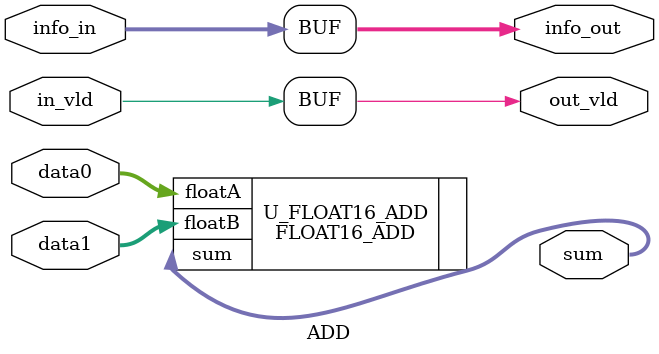
<source format=v>
module ADD#(
	parameter INFO_WIDTH = 23
)(
	input [INFO_WIDTH-1:0]    info_in  , 
	input [15:0]			  data0    , 
	input [15:0]    		  data1    , 
	input           		  in_vld   , 
    
	output					  out_vld  , 
	output [INFO_WIDTH-1:0]   info_out , 
	output [15:0]			  sum      
);
	
	FLOAT16_ADD U_FLOAT16_ADD(/*autoinst*/
        .floatA                 (data0    ), //input
        .floatB                 (data1    ), //input
        .sum                    (sum[15:0])  //output
    );

	assign out_vld = in_vld;
	assign info_out = info_in;
endmodule

</source>
